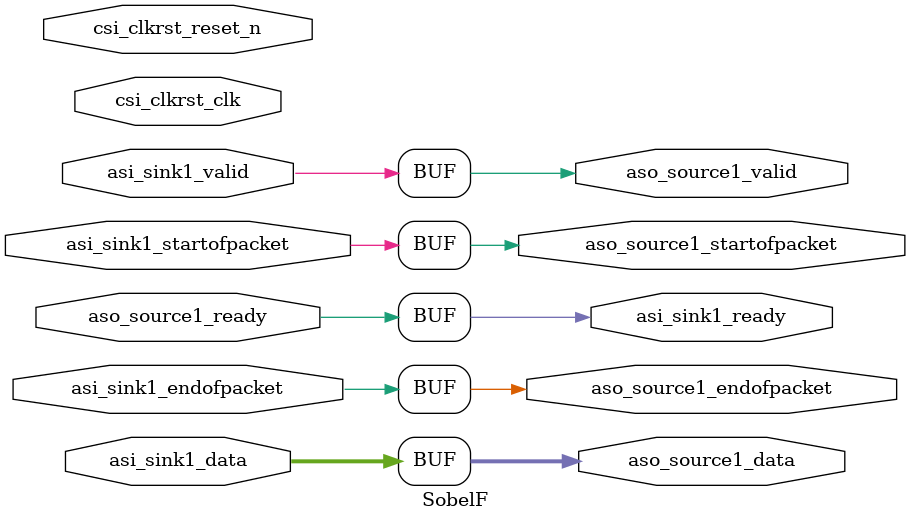
<source format=v>
module SobelF #(
    parameter 
    IMG_X_SIZE = 100,
    IMG_Y_SIZE = 100
) (
    // clock and reset
    input wire csi_clkrst_clk,
    input wire csi_clkrst_reset_n,

    //sink
    input   wire    [7:0]  asi_sink1_data,
    input   wire            asi_sink1_startofpacket,
    input   wire            asi_sink1_endofpacket,
    input   wire            asi_sink1_valid,
    output  wire            asi_sink1_ready,

    // source
    input   wire            aso_source1_ready,
    output  wire    [7:0]   aso_source1_data,
    output  wire            aso_source1_startofpacket,
    output  wire            aso_source1_endofpacket,
    output  wire            aso_source1_valid
);
    assign aso_source1_data = asi_sink1_data;

    assign asi_sink1_ready = aso_source1_ready;
    assign aso_source1_startofpacket = asi_sink1_startofpacket;
    assign aso_source1_endofpacket = asi_sink1_endofpacket;
    assign aso_source1_valid = asi_sink1_valid;

endmodule

</source>
